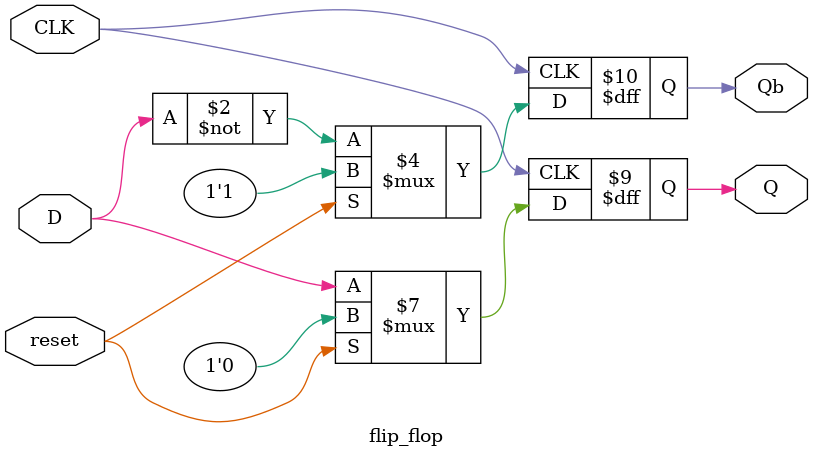
<source format=sv>
`timescale 1ns / 1ps


module flip_flop (
    input  logic D,
    CLK,
    reset,
    output logic Q,
    Qb
);

    always_ff @(posedge CLK) begin
        if (reset) begin
            Q  <= 1'b0;
            Qb <= 1'b1;
        end else begin
            Q  <= D;
            Qb <= ~D;
        end
    end
endmodule

</source>
